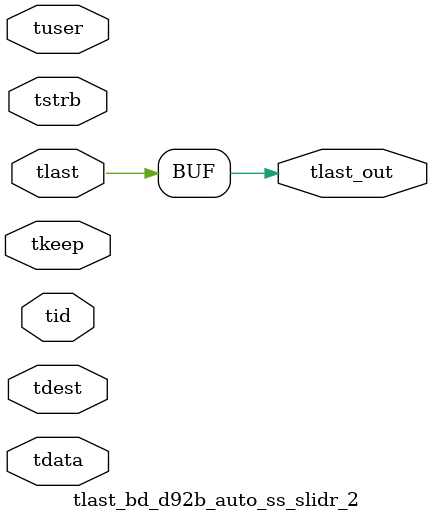
<source format=v>


`timescale 1ps/1ps

module tlast_bd_d92b_auto_ss_slidr_2 #
(
parameter C_S_AXIS_TID_WIDTH   = 1,
parameter C_S_AXIS_TUSER_WIDTH = 0,
parameter C_S_AXIS_TDATA_WIDTH = 0,
parameter C_S_AXIS_TDEST_WIDTH = 0
)
(
input  [(C_S_AXIS_TID_WIDTH   == 0 ? 1 : C_S_AXIS_TID_WIDTH)-1:0       ] tid,
input  [(C_S_AXIS_TDATA_WIDTH == 0 ? 1 : C_S_AXIS_TDATA_WIDTH)-1:0     ] tdata,
input  [(C_S_AXIS_TUSER_WIDTH == 0 ? 1 : C_S_AXIS_TUSER_WIDTH)-1:0     ] tuser,
input  [(C_S_AXIS_TDEST_WIDTH == 0 ? 1 : C_S_AXIS_TDEST_WIDTH)-1:0     ] tdest,
input  [(C_S_AXIS_TDATA_WIDTH/8)-1:0 ] tkeep,
input  [(C_S_AXIS_TDATA_WIDTH/8)-1:0 ] tstrb,
input  [0:0]                                                             tlast,
output                                                                   tlast_out
);

assign tlast_out = {tlast};

endmodule


</source>
